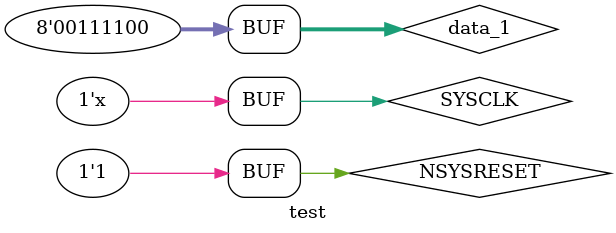
<source format=v>

`timescale 1ns/100ps

module test;

parameter SYSCLK_PERIOD = 20;// 50MHZ

reg SYSCLK;
reg NSYSRESET;
reg [7:0] data_1 = 8'b00111100;
wire TX_0, TX_1, TXRDY, RXRDY;
wire [7:0]DATA_OUT;

initial
begin
    SYSCLK = 1'b0;
    NSYSRESET = 1'b0;
end

//////////////////////////////////////////////////////////////////////
// Reset Pulse
//////////////////////////////////////////////////////////////////////
initial
begin
    #(SYSCLK_PERIOD * 10 )
        NSYSRESET = 1'b1;
end


//////////////////////////////////////////////////////////////////////
// Clock Driver
//////////////////////////////////////////////////////////////////////
always @(SYSCLK)
    #(SYSCLK_PERIOD / 2.0) SYSCLK <= !SYSCLK;


//////////////////////////////////////////////////////////////////////
// Instantiate Unit Under Test:  UART_test
//////////////////////////////////////////////////////////////////////
UART_test UART_test_0 (
    // Inputs
    .clk(SYSCLK),
    .rst(NSYSRESET),
    .TX_data_0({8{1'b1}}),
    .TX_data_1(data_1),

    // Outputs
    .TX_0(TX_0),
    .TX_1(TX_1),
    .TXRDY(TXRDY),
    .RXRDY(RXRDY),
    .DATA_OUT(DATA_OUT)

    // Inouts

);

endmodule


</source>
